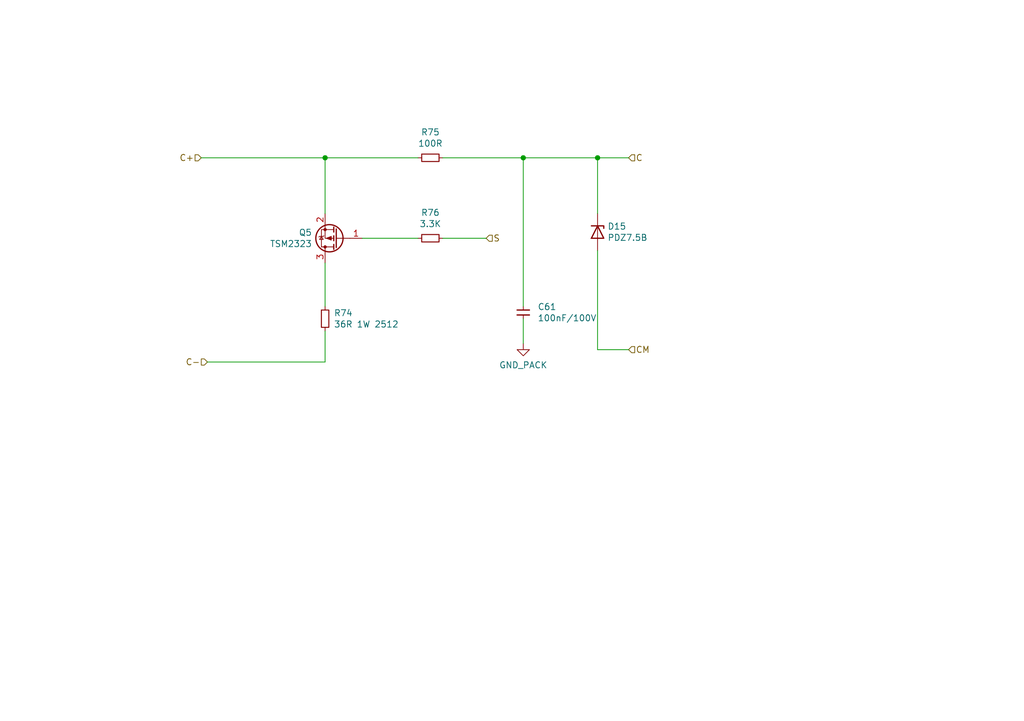
<source format=kicad_sch>
(kicad_sch (version 20231120) (generator "eeschema") (generator_version "8.0")
  (paper "A5")
  (title_block (date "2023-10-19") (rev "V0.1") (company "teTra"))
  (lib_symbols
    (symbol "Device:C" (pin_numbers hide) (pin_names (offset 0.254))
      (property "Reference" "C" (at 0.635 2.54 0))
      (property "Value" "C" (at 0.635 -2.54 0))
      (symbol "C_1_1"
        (polyline (pts (xy -1.27 -0.508) (xy 1.27 -0.508)) (stroke (width 0.254)))
        (polyline (pts (xy -1.27 0.508) (xy 1.27 0.508)) (stroke (width 0.254)))
        (pin passive line (at 0 1.27 270) (length 0.762) (name "~") (number "1"))
        (pin passive line (at 0 -1.27 90) (length 0.762) (name "~") (number "2"))
      )
    )
    (symbol "Device:D_Zener" (pin_numbers hide) (pin_names (offset 1.016) hide)
      (property "Reference" "D" (at 0 2.54 0))
      (property "Value" "D_Zener" (at 0 -2.54 0))
      (symbol "D_Zener_0_1"
        (polyline (pts (xy 1.27 0) (xy -1.27 0)))
        (polyline (pts (xy -1.27 -1.27) (xy -1.27 1.27) (xy -0.762 1.27)) (stroke (width 0.254)))
        (polyline (pts (xy 1.27 -1.27) (xy 1.27 1.27) (xy -1.27 0) (xy 1.27 -1.27)) (stroke (width 0.254)))
      )
      (symbol "D_Zener_1_1"
        (pin passive line (at -3.81 0 0) (length 2.54) (name "K") (number "1"))
        (pin passive line (at 3.81 0 180) (length 2.54) (name "A") (number "2"))
      )
    )
    (symbol "Device:Q_PMOS_GSD" (pin_names (offset 0) hide)
      (property "Reference" "Q" (at 5.08 1.27 0))
      (property "Value" "Q_PMOS_GSD" (at 5.08 -1.27 0))
      (symbol "Q_PMOS_GSD_0_1"
        (polyline (pts (xy 0.254 0) (xy -2.54 0)))
        (polyline (pts (xy 0.254 1.905) (xy 0.254 -1.905)) (stroke (width 0.254)))
        (polyline (pts (xy 0.762 -1.27) (xy 0.762 -2.286)) (stroke (width 0.254)))
        (polyline (pts (xy 0.762 0.508) (xy 0.762 -0.508)) (stroke (width 0.254)))
        (polyline (pts (xy 0.762 2.286) (xy 0.762 1.27)) (stroke (width 0.254)))
        (polyline (pts (xy 2.54 2.54) (xy 2.54 1.778)))
        (polyline (pts (xy 2.54 -2.54) (xy 2.54 0) (xy 0.762 0)))
        (polyline (pts (xy 0.762 1.778) (xy 3.302 1.778) (xy 3.302 -1.778) (xy 0.762 -1.778)))
        (polyline (pts (xy 2.286 0) (xy 1.27 0.381) (xy 1.27 -0.381) (xy 2.286 0)) (fill (type outline)))
        (polyline (pts (xy 2.794 -0.508) (xy 2.921 -0.381) (xy 3.683 -0.381) (xy 3.81 -0.254)))
        (polyline (pts (xy 3.302 -0.381) (xy 2.921 0.254) (xy 3.683 0.254) (xy 3.302 -0.381)))
        (circle (center 1.651 0) (radius 2.794) (stroke (width 0.254)))
        (circle (center 2.54 -1.778) (radius 0.254) (fill (type outline)))
        (circle (center 2.54 1.778) (radius 0.254) (fill (type outline)))
      )
      (symbol "Q_PMOS_GSD_1_1"
        (pin input line (at -5.08 0 0) (length 2.54) (name "G") (number "1"))
        (pin passive line (at 2.54 -5.08 90) (length 2.54) (name "S") (number "2"))
        (pin passive line (at 2.54 5.08 270) (length 2.54) (name "D") (number "3"))
      )
    )
    (symbol "Device:R_Small" (pin_numbers hide) (pin_names (offset 0.254) hide)
      (property "Reference" "R" (at 0.762 0.508 0))
      (property "Value" "R_Small" (at 0.762 -1.016 0))
      (symbol "R_Small_0_1"
        (rectangle (start -0.762 1.778) (end 0.762 -1.778) (stroke (width 0.2032)))
      )
      (symbol "R_Small_1_1"
        (pin passive line (at 0 2.54 270) (length 0.762) (name "~") (number "1"))
        (pin passive line (at 0 -2.54 90) (length 0.762) (name "~") (number "2"))
      )
    )
    (symbol "power:GND_PACK" (power) (pin_names (offset 0))
      (property "Value" "GND_PACK" (at 0 -3.81 0))
      (symbol "GND_PACK_0_1"
        (polyline (pts (xy 0 0) (xy 0 -1.27) (xy 1.27 -1.27) (xy 0 -2.54) (xy -1.27 -1.27) (xy 0 -1.27)))
      )
      (symbol "GND_PACK_1_1"
        (pin power_in line (at 0 0 270) (length 0) hide (name "GND_PACK") (number "1"))
      )
    )
  )
  (junction (at 122.555 32.385))
  (junction (at 107.315 32.385))
  (junction (at 66.675 32.385))
  (wire (pts (xy 66.675 67.945) (xy 66.675 74.295)))
  (wire (pts (xy 42.545 74.295) (xy 66.675 74.295)))
  (wire (pts (xy 122.555 32.385) (xy 128.905 32.385)))
  (wire (pts (xy 107.315 32.385) (xy 107.315 62.865)))
  (wire (pts (xy 122.555 51.435) (xy 122.555 71.755)))
  (wire (pts (xy 66.675 53.975) (xy 66.675 62.865)))
  (wire (pts (xy 90.805 48.895) (xy 99.695 48.895)))
  (wire (pts (xy 107.315 65.405) (xy 107.315 70.485)))
  (wire (pts (xy 90.805 32.385) (xy 107.315 32.385)))
  (wire (pts (xy 122.555 71.755) (xy 128.905 71.755)))
  (wire (pts (xy 107.315 32.385) (xy 122.555 32.385)))
  (wire (pts (xy 66.675 32.385) (xy 66.675 43.815)))
  (wire (pts (xy 66.675 32.385) (xy 85.725 32.385)))
  (wire (pts (xy 41.275 32.385) (xy 66.675 32.385)))
  (wire (pts (xy 74.295 48.895) (xy 85.725 48.895)))
  (wire (pts (xy 122.555 43.815) (xy 122.555 32.385)))
  (hierarchical_label "S" (shape input) (at 99.695 48.895 0))
  (hierarchical_label "C" (shape input) (at 128.905 32.385 0))
  (hierarchical_label "C+" (shape input) (at 41.275 32.385 180))
  (hierarchical_label "C-" (shape input) (at 42.545 74.295 180))
  (hierarchical_label "CM" (shape input) (at 128.905 71.755 0))
  (symbol (lib_id "Device:Q_PMOS_GSD") (at 69.215 48.895 180) (unit 1)
    (property "Reference" "Q4" (at 64.008 47.7266 0) (effects (justify left)))
    (property "Value" "TSM2323" (at 64.008 50.038 0) (effects (justify left)))
    (property "Footprint" "Package_TO_SOT_SMD:SOT-23" (effects (hide yes)))
    (property "Datasheet" "https://www.taiwansemi.com/assets/uploads/datasheet/TSM2323_F15.pdf" (effects (hide yes)))
    (property "Description" "P-Channel 20 V 4.7A (Ta) 1.25W (Ta) Surface Mount SOT-23" (effects (hide yes)))
    (property "MPN" "TSM2323CX RFG " (effects (hide yes)))
    (property "Link" "https://www.digikey.jp/en/products/detail/taiwan-semiconductor-corporation/TSM2323CX-RFG/7360264?s=N4IgTCBcDaICoGUCyYDMaDCANABAJQDEBxHEAXQF8g" (effects (hide yes)))
    (instances (project "LTC6811_ESP32_V1.2" (path "" (reference "Q5") (unit 1)) (path "" (reference "Q12") (unit 1)) (path "" (reference "Q11") (unit 1)) (path "" (reference "Q3") (unit 1)) (path "" (reference "Q10") (unit 1)) (path "" (reference "Q9") (unit 1)) (path "" (reference "Q8") (unit 1)) (path "" (reference "Q13") (unit 1)) (path "" (reference "Q7") (unit 1)) (path "" (reference "Q4") (unit 1)) (path "" (reference "Q6") (unit 1)) (path "" (reference "Q14") (unit 1))) (project "LTC6811" (path "" (reference "Q2") (unit 1)) (path "" (reference "Q3") (unit 1)) (path "" (reference "Q4") (unit 1)) (path "" (reference "Q5") (unit 1)) (path "" (reference "Q6") (unit 1)) (path "" (reference "Q7") (unit 1)) (path "" (reference "Q8") (unit 1)) (path "" (reference "Q9") (unit 1)) (path "" (reference "Q10") (unit 1)) (path "" (reference "Q11") (unit 1)) (path "" (reference "Q12") (unit 1)) (path "" (reference "Q13") (unit 1))))
  )
  (symbol (lib_id "power:GND_PACK") (at 107.315 70.485 0) (unit 1)
    (property "Reference" "#PWR085" (effects (hide yes)))
    (property "Value" "GND_PACK" (at 107.315 74.93 0))
    (instances (project "LTC6811_ESP32_V1.2" (path "" (reference "#PWR085") (unit 1)) (path "" (reference "#PWR088") (unit 1)) (path "" (reference "#PWR095") (unit 1)) (path "" (reference "#PWR094") (unit 1)) (path "" (reference "#PWR086") (unit 1)) (path "" (reference "#PWR093") (unit 1)) (path "" (reference "#PWR092") (unit 1)) (path "" (reference "#PWR091") (unit 1)) (path "" (reference "#PWR096") (unit 1)) (path "" (reference "#PWR090") (unit 1)) (path "" (reference "#PWR087") (unit 1)) (path "" (reference "#PWR089") (unit 1)) (path "" (reference "#PWR097") (unit 1))))
  )
  (symbol (lib_id "Device:R_Small") (at 88.265 48.895 270) (unit 1)
    (property "Reference" "R73" (at 88.265 43.6372 90))
    (property "Value" "3.3K" (at 88.265 45.9486 90))
    (property "Footprint" "Resistor_SMD:R_0603_1608Metric" (effects (hide yes)))
    (property "Datasheet" "https://www.yageo.com/upload/media/product/app/datasheet/rchip/pyu-rc_group_51_rohs_l.pdf" (effects (hide yes)))
    (property "Description" "3.3 kOhms ±1% 0.1W, 1/10W Chip Resistor 0603 (1608 Metric) Moisture Resistant Thick Film" (effects (hide yes)))
    (property "MPN" "RC0603FR-073K3L" (effects (hide yes)))
    (property "Link" "https://www.digikey.jp/en/products/detail/yageo/RC0603FR-073K3L/727126?s=N4IgTCBcDaIEoGEAMA2JBmAYnAtEg7OgNboAyIAugL5A" (effects (hide yes)))
    (instances (project "LTC6811_ESP32_V1.2" (path "" (reference "R76") (unit 1)) (path "" (reference "R97") (unit 1)) (path "" (reference "R94") (unit 1)) (path "" (reference "R70") (unit 1)) (path "" (reference "R91") (unit 1)) (path "" (reference "R88") (unit 1)) (path "" (reference "R85") (unit 1)) (path "" (reference "R100") (unit 1)) (path "" (reference "R82") (unit 1)) (path "" (reference "R73") (unit 1)) (path "" (reference "R79") (unit 1)) (path "" (reference "R103") (unit 1))) (project "LTC6811" (path "" (reference "R14") (unit 1)) (path "" (reference "R17") (unit 1)) (path "" (reference "R20") (unit 1)) (path "" (reference "R23") (unit 1)) (path "" (reference "R26") (unit 1)) (path "" (reference "R29") (unit 1)) (path "" (reference "R32") (unit 1)) (path "" (reference "R35") (unit 1)) (path "" (reference "R38") (unit 1)) (path "" (reference "R41") (unit 1)) (path "" (reference "R44") (unit 1)) (path "" (reference "R47") (unit 1))))
  )
  (symbol (lib_id "Device:C") (at 107.315 64.135 0) (unit 1)
    (property "Reference" "C60" (at 110.236 62.9666 0) (effects (justify left)))
    (property "Value" "100nF/100V" (at 110.236 65.278 0) (effects (justify left)))
    (property "Footprint" "Capacitor_SMD:C_0603_1608Metric" (effects (hide yes)))
    (property "Datasheet" "https://www.digikey.jp/en/products/detail/samsung-electro-mechanics/CL10B104KC8NNNC/5961291?s=N4IgTCBcDaIMIBkCMAGAQqgLAaTgDgDki4AdEkAXQF8g" (effects (hide yes)))
    (property "Description" "0.1 µF ±10% 100V Ceramic Capacitor X7R 0603 (1608 Metric)" (effects (hide yes)))
    (property "MPN" "CL10B104KC8NNNC" (effects (hide yes)))
    (property "Link" "https://www.digikey.jp/en/products/detail/samsung-electro-mechanics/CL10B104KC8NNNC/5961291?s=N4IgTCBcDaIMIBkCMAGAQqgLAaTgDgDki4QBdAXyA" (effects (hide yes)))
    (instances (project "LTC6811_ESP32_V1.2" (path "" (reference "C61") (unit 1)) (path "" (reference "C68") (unit 1)) (path "" (reference "C67") (unit 1)) (path "" (reference "C59") (unit 1)) (path "" (reference "C66") (unit 1)) (path "" (reference "C65") (unit 1)) (path "" (reference "C64") (unit 1)) (path "" (reference "C69") (unit 1)) (path "" (reference "C63") (unit 1)) (path "" (reference "C60") (unit 1)) (path "" (reference "C62") (unit 1)) (path "" (reference "C70") (unit 1))) (project "LTC6811" (path "" (reference "C13") (unit 1)) (path "" (reference "C14") (unit 1)) (path "" (reference "C15") (unit 1)) (path "" (reference "C16") (unit 1)) (path "" (reference "C17") (unit 1)) (path "" (reference "C18") (unit 1)) (path "" (reference "C19") (unit 1)) (path "" (reference "C20") (unit 1)) (path "" (reference "C21") (unit 1)) (path "" (reference "C22") (unit 1)) (path "" (reference "C23") (unit 1)) (path "" (reference "C24") (unit 1))))
  )
  (symbol (lib_id "Device:R_Small") (at 66.675 65.405 180) (unit 1)
    (property "Reference" "R71" (at 68.453 64.2366 0) (effects (justify right)))
    (property "Value" "36R 1W 2512" (at 68.453 66.548 0) (effects (justify right)))
    (property "Footprint" "Resistor_SMD:R_2512_6332Metric" (effects (hide yes)))
    (property "Datasheet" "https://www.seielect.com/catalog/sei-rmcf_rmcp.pdf" (effects (hide yes)))
    (property "Description" "36 Ohms ±5% 1W Chip Resistor 2512 (6432 Metric) Automotive AEC-Q200 Thick Film" (effects (hide yes)))
    (property "MPN" "RTT25360JTE" (effects (hide yes)))
    (property "Link" "https://www.digikey.jp/en/products/detail/stackpole-electronics-inc/RMCF2512JT36R0/1716346" (effects (hide yes)))
    (instances (project "LTC6811_ESP32_V1.2" (path "" (reference "R74") (unit 1)) (path "" (reference "R95") (unit 1)) (path "" (reference "R92") (unit 1)) (path "" (reference "R68") (unit 1)) (path "" (reference "R89") (unit 1)) (path "" (reference "R86") (unit 1)) (path "" (reference "R83") (unit 1)) (path "" (reference "R98") (unit 1)) (path "" (reference "R80") (unit 1)) (path "" (reference "R71") (unit 1)) (path "" (reference "R77") (unit 1)) (path "" (reference "R101") (unit 1))) (project "LTC6811" (path "" (reference "R12") (unit 1)) (path "" (reference "R15") (unit 1)) (path "" (reference "R18") (unit 1)) (path "" (reference "R21") (unit 1)) (path "" (reference "R24") (unit 1)) (path "" (reference "R27") (unit 1)) (path "" (reference "R30") (unit 1)) (path "" (reference "R33") (unit 1)) (path "" (reference "R36") (unit 1)) (path "" (reference "R39") (unit 1)) (path "" (reference "R42") (unit 1)) (path "" (reference "R45") (unit 1))))
  )
  (symbol (lib_id "Device:D_Zener") (at 122.555 47.625 270) (unit 1)
    (property "Reference" "D14" (at 124.5616 46.4566 90) (effects (justify left)))
    (property "Value" "PDZ7.5B" (at 124.5616 48.768 90) (effects (justify left)))
    (property "Footprint" "Diode_SMD:D_SOD-323" (effects (hide yes)))
    (property "Datasheet" "https://assets.nexperia.com/documents/data-sheet/PDZ-B_SER.pdf" (effects (hide yes)))
    (property "Description" "Zener Diode 7.6 V 400 mW ±2% Surface Mount SOD-323" (effects (hide yes)))
    (property "MPN" "PDZ7.5BZ" (effects (hide yes)))
    (property "Link" "https://www.digikey.jp/en/products/detail/nexperia-usa-inc/PDZ7-5BZ/7495708" (effects (hide yes)))
    (instances (project "LTC6811_ESP32_V1.2" (path "" (reference "D15") (unit 1)) (path "" (reference "D22") (unit 1)) (path "" (reference "D21") (unit 1)) (path "" (reference "D13") (unit 1)) (path "" (reference "D20") (unit 1)) (path "" (reference "D19") (unit 1)) (path "" (reference "D18") (unit 1)) (path "" (reference "D23") (unit 1)) (path "" (reference "D17") (unit 1)) (path "" (reference "D14") (unit 1)) (path "" (reference "D16") (unit 1)) (path "" (reference "D24") (unit 1))) (project "LTC6811" (path "" (reference "D1") (unit 1)) (path "" (reference "D2") (unit 1)) (path "" (reference "D3") (unit 1)) (path "" (reference "D4") (unit 1)) (path "" (reference "D5") (unit 1)) (path "" (reference "D6") (unit 1)) (path "" (reference "D7") (unit 1)) (path "" (reference "D8") (unit 1)) (path "" (reference "D9") (unit 1)) (path "" (reference "D10") (unit 1)) (path "" (reference "D11") (unit 1)) (path "" (reference "D12") (unit 1))))
  )
  (symbol (lib_id "Device:R_Small") (at 88.265 32.385 270) (unit 1)
    (property "Reference" "R72" (at 88.265 27.1272 90))
    (property "Value" "100R" (at 88.265 29.4386 90))
    (property "Footprint" "Resistor_SMD:R_0603_1608Metric" (effects (hide yes)))
    (property "Datasheet" "https://www.yageo.com/upload/media/product/app/datasheet/rchip/pyu-rc_group_51_rohs_l.pdf" (effects (hide yes)))
    (property "Description" "100 Ohms ±1% 0.1W, 1/10W Chip Resistor 0603 (1608 Metric) Moisture Resistant Thick Film" (effects (hide yes)))
    (property "MPN" "RC0603FR-07100RL" (effects (hide yes)))
    (property "Link" "https://www.digikey.jp/en/products/detail/yageo/RC0603FR-07100RL/726888?s=N4IgTCBcDaIEoGEAMA2JBmAYnAtEg7AIxJJwAyIAugL5A" (effects (hide yes)))
    (instances (project "LTC6811_ESP32_V1.2" (path "" (reference "R75") (unit 1)) (path "" (reference "R96") (unit 1)) (path "" (reference "R93") (unit 1)) (path "" (reference "R69") (unit 1)) (path "" (reference "R90") (unit 1)) (path "" (reference "R87") (unit 1)) (path "" (reference "R84") (unit 1)) (path "" (reference "R99") (unit 1)) (path "" (reference "R81") (unit 1)) (path "" (reference "R72") (unit 1)) (path "" (reference "R78") (unit 1)) (path "" (reference "R102") (unit 1))) (project "LTC6811" (path "" (reference "R13") (unit 1)) (path "" (reference "R16") (unit 1)) (path "" (reference "R19") (unit 1)) (path "" (reference "R22") (unit 1)) (path "" (reference "R25") (unit 1)) (path "" (reference "R28") (unit 1)) (path "" (reference "R31") (unit 1)) (path "" (reference "R34") (unit 1)) (path "" (reference "R37") (unit 1)) (path "" (reference "R40") (unit 1)) (path "" (reference "R43") (unit 1)) (path "" (reference "R46") (unit 1))))
  )
)
</source>
